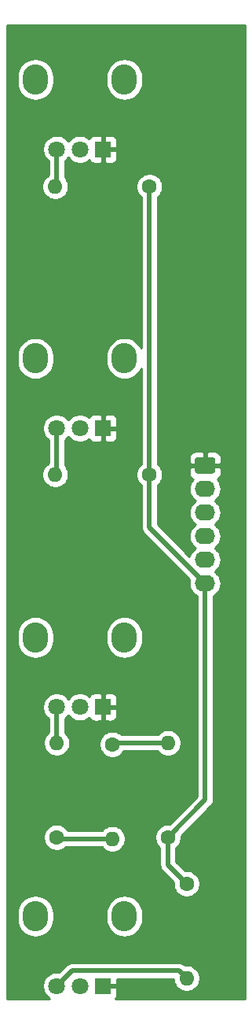
<source format=gbr>
%TF.GenerationSoftware,KiCad,Pcbnew,5.1.12-84ad8e8a86~92~ubuntu21.04.1*%
%TF.CreationDate,2021-11-06T20:56:35+01:00*%
%TF.ProjectId,control,636f6e74-726f-46c2-9e6b-696361645f70,v1.0.0*%
%TF.SameCoordinates,Original*%
%TF.FileFunction,Copper,L2,Bot*%
%TF.FilePolarity,Positive*%
%FSLAX46Y46*%
G04 Gerber Fmt 4.6, Leading zero omitted, Abs format (unit mm)*
G04 Created by KiCad (PCBNEW 5.1.12-84ad8e8a86~92~ubuntu21.04.1) date 2021-11-06 20:56:35*
%MOMM*%
%LPD*%
G01*
G04 APERTURE LIST*
%TA.AperFunction,ComponentPad*%
%ADD10O,2.720000X3.240000*%
%TD*%
%TA.AperFunction,ComponentPad*%
%ADD11C,1.800000*%
%TD*%
%TA.AperFunction,ComponentPad*%
%ADD12R,1.800000X1.800000*%
%TD*%
%TA.AperFunction,ComponentPad*%
%ADD13O,1.600000X1.600000*%
%TD*%
%TA.AperFunction,ComponentPad*%
%ADD14C,1.600000*%
%TD*%
%TA.AperFunction,ComponentPad*%
%ADD15O,2.190000X1.740000*%
%TD*%
%TA.AperFunction,Conductor*%
%ADD16C,0.508000*%
%TD*%
%TA.AperFunction,Conductor*%
%ADD17C,0.254000*%
%TD*%
%TA.AperFunction,Conductor*%
%ADD18C,0.100000*%
%TD*%
G04 APERTURE END LIST*
D10*
%TO.P,RV7,*%
%TO.N,*%
X102300000Y-142500000D03*
X92700000Y-142500000D03*
D11*
%TO.P,RV7,3*%
%TO.N,Net-(R18-Pad2)*%
X95000000Y-150000000D03*
%TO.P,RV7,2*%
%TO.N,S_CONTROL*%
X97500000Y-150000000D03*
D12*
%TO.P,RV7,1*%
%TO.N,GND*%
X100000000Y-150000000D03*
%TD*%
D10*
%TO.P,RV6,*%
%TO.N,*%
X102300000Y-172500000D03*
X92700000Y-172500000D03*
D11*
%TO.P,RV6,3*%
%TO.N,Net-(R17-Pad2)*%
X95000000Y-180000000D03*
%TO.P,RV6,2*%
%TO.N,R_CONTROL*%
X97500000Y-180000000D03*
D12*
%TO.P,RV6,1*%
%TO.N,GND*%
X100000000Y-180000000D03*
%TD*%
D10*
%TO.P,RV5,*%
%TO.N,*%
X102300000Y-112500000D03*
X92700000Y-112500000D03*
D11*
%TO.P,RV5,3*%
%TO.N,Net-(R16-Pad2)*%
X95000000Y-120000000D03*
%TO.P,RV5,2*%
%TO.N,D_CONTROL*%
X97500000Y-120000000D03*
D12*
%TO.P,RV5,1*%
%TO.N,GND*%
X100000000Y-120000000D03*
%TD*%
D10*
%TO.P,RV4,*%
%TO.N,*%
X102300000Y-82500000D03*
X92700000Y-82500000D03*
D11*
%TO.P,RV4,3*%
%TO.N,Net-(R15-Pad2)*%
X95000000Y-90000000D03*
%TO.P,RV4,2*%
%TO.N,A_CONTROL*%
X97500000Y-90000000D03*
D12*
%TO.P,RV4,1*%
%TO.N,GND*%
X100000000Y-90000000D03*
%TD*%
D13*
%TO.P,R18,2*%
%TO.N,Net-(R18-Pad2)*%
X95000000Y-153840000D03*
D14*
%TO.P,R18,1*%
%TO.N,Net-(R18-Pad1)*%
X95000000Y-164000000D03*
%TD*%
D13*
%TO.P,R17,2*%
%TO.N,Net-(R17-Pad2)*%
X109000000Y-179160000D03*
D14*
%TO.P,R17,1*%
%TO.N,+12V*%
X109000000Y-169000000D03*
%TD*%
D13*
%TO.P,R16,2*%
%TO.N,Net-(R16-Pad2)*%
X94840000Y-125000000D03*
D14*
%TO.P,R16,1*%
%TO.N,+12V*%
X105000000Y-125000000D03*
%TD*%
D13*
%TO.P,R15,2*%
%TO.N,Net-(R15-Pad2)*%
X94840000Y-94000000D03*
D14*
%TO.P,R15,1*%
%TO.N,+12V*%
X105000000Y-94000000D03*
%TD*%
D13*
%TO.P,R2,2*%
%TO.N,Net-(R18-Pad1)*%
X101000000Y-164160000D03*
D14*
%TO.P,R2,1*%
%TO.N,Net-(R1-Pad2)*%
X101000000Y-154000000D03*
%TD*%
D13*
%TO.P,R1,2*%
%TO.N,Net-(R1-Pad2)*%
X107000000Y-153840000D03*
D14*
%TO.P,R1,1*%
%TO.N,+12V*%
X107000000Y-164000000D03*
%TD*%
D15*
%TO.P,J1,6*%
%TO.N,+12V*%
X111000000Y-136700000D03*
%TO.P,J1,5*%
%TO.N,R_CONTROL*%
X111000000Y-134160000D03*
%TO.P,J1,4*%
%TO.N,S_CONTROL*%
X111000000Y-131620000D03*
%TO.P,J1,3*%
%TO.N,D_CONTROL*%
X111000000Y-129080000D03*
%TO.P,J1,2*%
%TO.N,A_CONTROL*%
X111000000Y-126540000D03*
%TO.P,J1,1*%
%TO.N,GND*%
%TA.AperFunction,ComponentPad*%
G36*
G01*
X110154999Y-123130000D02*
X111845001Y-123130000D01*
G75*
G02*
X112095000Y-123379999I0J-249999D01*
G01*
X112095000Y-124620001D01*
G75*
G02*
X111845001Y-124870000I-249999J0D01*
G01*
X110154999Y-124870000D01*
G75*
G02*
X109905000Y-124620001I0J249999D01*
G01*
X109905000Y-123379999D01*
G75*
G02*
X110154999Y-123130000I249999J0D01*
G01*
G37*
%TD.AperFunction*%
%TD*%
D16*
%TO.N,+12V*%
X111000000Y-160000000D02*
X107000000Y-164000000D01*
X111000000Y-136700000D02*
X111000000Y-160000000D01*
X107000000Y-167000000D02*
X109000000Y-169000000D01*
X107000000Y-164000000D02*
X107000000Y-167000000D01*
X105000000Y-130700000D02*
X105000000Y-125000000D01*
X111000000Y-136700000D02*
X105000000Y-130700000D01*
X105000000Y-125000000D02*
X105000000Y-94000000D01*
%TO.N,Net-(R1-Pad2)*%
X101160000Y-153840000D02*
X101000000Y-154000000D01*
X107000000Y-153840000D02*
X101160000Y-153840000D01*
%TO.N,Net-(R18-Pad1)*%
X95160000Y-164160000D02*
X95000000Y-164000000D01*
X101000000Y-164160000D02*
X95160000Y-164160000D01*
%TO.N,Net-(R15-Pad2)*%
X95000000Y-93840000D02*
X94840000Y-94000000D01*
X95000000Y-90000000D02*
X95000000Y-93840000D01*
%TO.N,Net-(R16-Pad2)*%
X95000000Y-124840000D02*
X94840000Y-125000000D01*
X95000000Y-120000000D02*
X95000000Y-124840000D01*
%TO.N,Net-(R17-Pad2)*%
X96639999Y-178360001D02*
X95000000Y-180000000D01*
X108200001Y-178360001D02*
X96639999Y-178360001D01*
X109000000Y-179160000D02*
X108200001Y-178360001D01*
%TO.N,Net-(R18-Pad2)*%
X95000000Y-153840000D02*
X95000000Y-150000000D01*
%TD*%
D17*
%TO.N,GND*%
X115340001Y-181340000D02*
X101360364Y-181340000D01*
X101430537Y-181254494D01*
X101489502Y-181144180D01*
X101525812Y-181024482D01*
X101538072Y-180900000D01*
X101535000Y-180285750D01*
X101376250Y-180127000D01*
X100127000Y-180127000D01*
X100127000Y-180147000D01*
X99873000Y-180147000D01*
X99873000Y-180127000D01*
X99853000Y-180127000D01*
X99853000Y-179873000D01*
X99873000Y-179873000D01*
X99873000Y-179853000D01*
X100127000Y-179853000D01*
X100127000Y-179873000D01*
X101376250Y-179873000D01*
X101535000Y-179714250D01*
X101537327Y-179249001D01*
X107565000Y-179249001D01*
X107565000Y-179301335D01*
X107620147Y-179578574D01*
X107728320Y-179839727D01*
X107885363Y-180074759D01*
X108085241Y-180274637D01*
X108320273Y-180431680D01*
X108581426Y-180539853D01*
X108858665Y-180595000D01*
X109141335Y-180595000D01*
X109418574Y-180539853D01*
X109679727Y-180431680D01*
X109914759Y-180274637D01*
X110114637Y-180074759D01*
X110271680Y-179839727D01*
X110379853Y-179578574D01*
X110435000Y-179301335D01*
X110435000Y-179018665D01*
X110379853Y-178741426D01*
X110271680Y-178480273D01*
X110114637Y-178245241D01*
X109914759Y-178045363D01*
X109679727Y-177888320D01*
X109418574Y-177780147D01*
X109141335Y-177725000D01*
X108858665Y-177725000D01*
X108833092Y-177730087D01*
X108831660Y-177728342D01*
X108696292Y-177617248D01*
X108541852Y-177534698D01*
X108374275Y-177483865D01*
X108243668Y-177471001D01*
X108243661Y-177471001D01*
X108200001Y-177466701D01*
X108156341Y-177471001D01*
X96683659Y-177471001D01*
X96639999Y-177466701D01*
X96596339Y-177471001D01*
X96596332Y-177471001D01*
X96482324Y-177482230D01*
X96465724Y-177483865D01*
X96392757Y-177505999D01*
X96298148Y-177534698D01*
X96143708Y-177617248D01*
X96008340Y-177728342D01*
X95980505Y-177762259D01*
X95256763Y-178486001D01*
X95151184Y-178465000D01*
X94848816Y-178465000D01*
X94552257Y-178523989D01*
X94272905Y-178639701D01*
X94021495Y-178807688D01*
X93807688Y-179021495D01*
X93639701Y-179272905D01*
X93523989Y-179552257D01*
X93465000Y-179848816D01*
X93465000Y-180151184D01*
X93523989Y-180447743D01*
X93639701Y-180727095D01*
X93807688Y-180978505D01*
X94021495Y-181192312D01*
X94242525Y-181340000D01*
X89660000Y-181340000D01*
X89660000Y-172142003D01*
X90705000Y-172142003D01*
X90705000Y-172857998D01*
X90733867Y-173151088D01*
X90847943Y-173527147D01*
X91033193Y-173873725D01*
X91282498Y-174177503D01*
X91586276Y-174426807D01*
X91932854Y-174612057D01*
X92308913Y-174726133D01*
X92700000Y-174764652D01*
X93091088Y-174726133D01*
X93467147Y-174612057D01*
X93813725Y-174426807D01*
X94117503Y-174177503D01*
X94366807Y-173873725D01*
X94552057Y-173527147D01*
X94666133Y-173151087D01*
X94695000Y-172857997D01*
X94695000Y-172142003D01*
X100305000Y-172142003D01*
X100305000Y-172857998D01*
X100333867Y-173151088D01*
X100447943Y-173527147D01*
X100633193Y-173873725D01*
X100882498Y-174177503D01*
X101186276Y-174426807D01*
X101532854Y-174612057D01*
X101908913Y-174726133D01*
X102300000Y-174764652D01*
X102691088Y-174726133D01*
X103067147Y-174612057D01*
X103413725Y-174426807D01*
X103717503Y-174177503D01*
X103966807Y-173873725D01*
X104152057Y-173527147D01*
X104266133Y-173151087D01*
X104295000Y-172857997D01*
X104295000Y-172142002D01*
X104266133Y-171848912D01*
X104152057Y-171472853D01*
X103966807Y-171126275D01*
X103717503Y-170822497D01*
X103413725Y-170573193D01*
X103067146Y-170387943D01*
X102691087Y-170273867D01*
X102300000Y-170235348D01*
X101908912Y-170273867D01*
X101532853Y-170387943D01*
X101186275Y-170573193D01*
X100882497Y-170822497D01*
X100633193Y-171126275D01*
X100447943Y-171472854D01*
X100333867Y-171848913D01*
X100305000Y-172142003D01*
X94695000Y-172142003D01*
X94695000Y-172142002D01*
X94666133Y-171848912D01*
X94552057Y-171472853D01*
X94366807Y-171126275D01*
X94117503Y-170822497D01*
X93813725Y-170573193D01*
X93467146Y-170387943D01*
X93091087Y-170273867D01*
X92700000Y-170235348D01*
X92308912Y-170273867D01*
X91932853Y-170387943D01*
X91586275Y-170573193D01*
X91282497Y-170822497D01*
X91033193Y-171126275D01*
X90847943Y-171472854D01*
X90733867Y-171848913D01*
X90705000Y-172142003D01*
X89660000Y-172142003D01*
X89660000Y-163858665D01*
X93565000Y-163858665D01*
X93565000Y-164141335D01*
X93620147Y-164418574D01*
X93728320Y-164679727D01*
X93885363Y-164914759D01*
X94085241Y-165114637D01*
X94320273Y-165271680D01*
X94581426Y-165379853D01*
X94858665Y-165435000D01*
X95141335Y-165435000D01*
X95418574Y-165379853D01*
X95679727Y-165271680D01*
X95914759Y-165114637D01*
X95980396Y-165049000D01*
X99868151Y-165049000D01*
X99885363Y-165074759D01*
X100085241Y-165274637D01*
X100320273Y-165431680D01*
X100581426Y-165539853D01*
X100858665Y-165595000D01*
X101141335Y-165595000D01*
X101418574Y-165539853D01*
X101679727Y-165431680D01*
X101914759Y-165274637D01*
X102114637Y-165074759D01*
X102271680Y-164839727D01*
X102379853Y-164578574D01*
X102435000Y-164301335D01*
X102435000Y-164018665D01*
X102379853Y-163741426D01*
X102271680Y-163480273D01*
X102114637Y-163245241D01*
X101914759Y-163045363D01*
X101679727Y-162888320D01*
X101418574Y-162780147D01*
X101141335Y-162725000D01*
X100858665Y-162725000D01*
X100581426Y-162780147D01*
X100320273Y-162888320D01*
X100085241Y-163045363D01*
X99885363Y-163245241D01*
X99868151Y-163271000D01*
X96238757Y-163271000D01*
X96114637Y-163085241D01*
X95914759Y-162885363D01*
X95679727Y-162728320D01*
X95418574Y-162620147D01*
X95141335Y-162565000D01*
X94858665Y-162565000D01*
X94581426Y-162620147D01*
X94320273Y-162728320D01*
X94085241Y-162885363D01*
X93885363Y-163085241D01*
X93728320Y-163320273D01*
X93620147Y-163581426D01*
X93565000Y-163858665D01*
X89660000Y-163858665D01*
X89660000Y-149848816D01*
X93465000Y-149848816D01*
X93465000Y-150151184D01*
X93523989Y-150447743D01*
X93639701Y-150727095D01*
X93807688Y-150978505D01*
X94021495Y-151192312D01*
X94111001Y-151252118D01*
X94111000Y-152708151D01*
X94085241Y-152725363D01*
X93885363Y-152925241D01*
X93728320Y-153160273D01*
X93620147Y-153421426D01*
X93565000Y-153698665D01*
X93565000Y-153981335D01*
X93620147Y-154258574D01*
X93728320Y-154519727D01*
X93885363Y-154754759D01*
X94085241Y-154954637D01*
X94320273Y-155111680D01*
X94581426Y-155219853D01*
X94858665Y-155275000D01*
X95141335Y-155275000D01*
X95418574Y-155219853D01*
X95679727Y-155111680D01*
X95914759Y-154954637D01*
X96114637Y-154754759D01*
X96271680Y-154519727D01*
X96379853Y-154258574D01*
X96435000Y-153981335D01*
X96435000Y-153858665D01*
X99565000Y-153858665D01*
X99565000Y-154141335D01*
X99620147Y-154418574D01*
X99728320Y-154679727D01*
X99885363Y-154914759D01*
X100085241Y-155114637D01*
X100320273Y-155271680D01*
X100581426Y-155379853D01*
X100858665Y-155435000D01*
X101141335Y-155435000D01*
X101418574Y-155379853D01*
X101679727Y-155271680D01*
X101914759Y-155114637D01*
X102114637Y-154914759D01*
X102238757Y-154729000D01*
X105868151Y-154729000D01*
X105885363Y-154754759D01*
X106085241Y-154954637D01*
X106320273Y-155111680D01*
X106581426Y-155219853D01*
X106858665Y-155275000D01*
X107141335Y-155275000D01*
X107418574Y-155219853D01*
X107679727Y-155111680D01*
X107914759Y-154954637D01*
X108114637Y-154754759D01*
X108271680Y-154519727D01*
X108379853Y-154258574D01*
X108435000Y-153981335D01*
X108435000Y-153698665D01*
X108379853Y-153421426D01*
X108271680Y-153160273D01*
X108114637Y-152925241D01*
X107914759Y-152725363D01*
X107679727Y-152568320D01*
X107418574Y-152460147D01*
X107141335Y-152405000D01*
X106858665Y-152405000D01*
X106581426Y-152460147D01*
X106320273Y-152568320D01*
X106085241Y-152725363D01*
X105885363Y-152925241D01*
X105868151Y-152951000D01*
X101980396Y-152951000D01*
X101914759Y-152885363D01*
X101679727Y-152728320D01*
X101418574Y-152620147D01*
X101141335Y-152565000D01*
X100858665Y-152565000D01*
X100581426Y-152620147D01*
X100320273Y-152728320D01*
X100085241Y-152885363D01*
X99885363Y-153085241D01*
X99728320Y-153320273D01*
X99620147Y-153581426D01*
X99565000Y-153858665D01*
X96435000Y-153858665D01*
X96435000Y-153698665D01*
X96379853Y-153421426D01*
X96271680Y-153160273D01*
X96114637Y-152925241D01*
X95914759Y-152725363D01*
X95889000Y-152708151D01*
X95889000Y-151252117D01*
X95978505Y-151192312D01*
X96192312Y-150978505D01*
X96250000Y-150892169D01*
X96307688Y-150978505D01*
X96521495Y-151192312D01*
X96772905Y-151360299D01*
X97052257Y-151476011D01*
X97348816Y-151535000D01*
X97651184Y-151535000D01*
X97947743Y-151476011D01*
X98227095Y-151360299D01*
X98478505Y-151192312D01*
X98516120Y-151154697D01*
X98569463Y-151254494D01*
X98648815Y-151351185D01*
X98745506Y-151430537D01*
X98855820Y-151489502D01*
X98975518Y-151525812D01*
X99100000Y-151538072D01*
X99714250Y-151535000D01*
X99873000Y-151376250D01*
X99873000Y-150127000D01*
X100127000Y-150127000D01*
X100127000Y-151376250D01*
X100285750Y-151535000D01*
X100900000Y-151538072D01*
X101024482Y-151525812D01*
X101144180Y-151489502D01*
X101254494Y-151430537D01*
X101351185Y-151351185D01*
X101430537Y-151254494D01*
X101489502Y-151144180D01*
X101525812Y-151024482D01*
X101538072Y-150900000D01*
X101535000Y-150285750D01*
X101376250Y-150127000D01*
X100127000Y-150127000D01*
X99873000Y-150127000D01*
X99853000Y-150127000D01*
X99853000Y-149873000D01*
X99873000Y-149873000D01*
X99873000Y-148623750D01*
X100127000Y-148623750D01*
X100127000Y-149873000D01*
X101376250Y-149873000D01*
X101535000Y-149714250D01*
X101538072Y-149100000D01*
X101525812Y-148975518D01*
X101489502Y-148855820D01*
X101430537Y-148745506D01*
X101351185Y-148648815D01*
X101254494Y-148569463D01*
X101144180Y-148510498D01*
X101024482Y-148474188D01*
X100900000Y-148461928D01*
X100285750Y-148465000D01*
X100127000Y-148623750D01*
X99873000Y-148623750D01*
X99714250Y-148465000D01*
X99100000Y-148461928D01*
X98975518Y-148474188D01*
X98855820Y-148510498D01*
X98745506Y-148569463D01*
X98648815Y-148648815D01*
X98569463Y-148745506D01*
X98516120Y-148845303D01*
X98478505Y-148807688D01*
X98227095Y-148639701D01*
X97947743Y-148523989D01*
X97651184Y-148465000D01*
X97348816Y-148465000D01*
X97052257Y-148523989D01*
X96772905Y-148639701D01*
X96521495Y-148807688D01*
X96307688Y-149021495D01*
X96250000Y-149107831D01*
X96192312Y-149021495D01*
X95978505Y-148807688D01*
X95727095Y-148639701D01*
X95447743Y-148523989D01*
X95151184Y-148465000D01*
X94848816Y-148465000D01*
X94552257Y-148523989D01*
X94272905Y-148639701D01*
X94021495Y-148807688D01*
X93807688Y-149021495D01*
X93639701Y-149272905D01*
X93523989Y-149552257D01*
X93465000Y-149848816D01*
X89660000Y-149848816D01*
X89660000Y-142142003D01*
X90705000Y-142142003D01*
X90705000Y-142857998D01*
X90733867Y-143151088D01*
X90847943Y-143527147D01*
X91033193Y-143873725D01*
X91282498Y-144177503D01*
X91586276Y-144426807D01*
X91932854Y-144612057D01*
X92308913Y-144726133D01*
X92700000Y-144764652D01*
X93091088Y-144726133D01*
X93467147Y-144612057D01*
X93813725Y-144426807D01*
X94117503Y-144177503D01*
X94366807Y-143873725D01*
X94552057Y-143527147D01*
X94666133Y-143151087D01*
X94695000Y-142857997D01*
X94695000Y-142142003D01*
X100305000Y-142142003D01*
X100305000Y-142857998D01*
X100333867Y-143151088D01*
X100447943Y-143527147D01*
X100633193Y-143873725D01*
X100882498Y-144177503D01*
X101186276Y-144426807D01*
X101532854Y-144612057D01*
X101908913Y-144726133D01*
X102300000Y-144764652D01*
X102691088Y-144726133D01*
X103067147Y-144612057D01*
X103413725Y-144426807D01*
X103717503Y-144177503D01*
X103966807Y-143873725D01*
X104152057Y-143527147D01*
X104266133Y-143151087D01*
X104295000Y-142857997D01*
X104295000Y-142142002D01*
X104266133Y-141848912D01*
X104152057Y-141472853D01*
X103966807Y-141126275D01*
X103717503Y-140822497D01*
X103413725Y-140573193D01*
X103067146Y-140387943D01*
X102691087Y-140273867D01*
X102300000Y-140235348D01*
X101908912Y-140273867D01*
X101532853Y-140387943D01*
X101186275Y-140573193D01*
X100882497Y-140822497D01*
X100633193Y-141126275D01*
X100447943Y-141472854D01*
X100333867Y-141848913D01*
X100305000Y-142142003D01*
X94695000Y-142142003D01*
X94695000Y-142142002D01*
X94666133Y-141848912D01*
X94552057Y-141472853D01*
X94366807Y-141126275D01*
X94117503Y-140822497D01*
X93813725Y-140573193D01*
X93467146Y-140387943D01*
X93091087Y-140273867D01*
X92700000Y-140235348D01*
X92308912Y-140273867D01*
X91932853Y-140387943D01*
X91586275Y-140573193D01*
X91282497Y-140822497D01*
X91033193Y-141126275D01*
X90847943Y-141472854D01*
X90733867Y-141848913D01*
X90705000Y-142142003D01*
X89660000Y-142142003D01*
X89660000Y-124858665D01*
X93405000Y-124858665D01*
X93405000Y-125141335D01*
X93460147Y-125418574D01*
X93568320Y-125679727D01*
X93725363Y-125914759D01*
X93925241Y-126114637D01*
X94160273Y-126271680D01*
X94421426Y-126379853D01*
X94698665Y-126435000D01*
X94981335Y-126435000D01*
X95258574Y-126379853D01*
X95519727Y-126271680D01*
X95754759Y-126114637D01*
X95954637Y-125914759D01*
X96111680Y-125679727D01*
X96219853Y-125418574D01*
X96275000Y-125141335D01*
X96275000Y-124858665D01*
X96219853Y-124581426D01*
X96111680Y-124320273D01*
X95954637Y-124085241D01*
X95889000Y-124019604D01*
X95889000Y-121252117D01*
X95978505Y-121192312D01*
X96192312Y-120978505D01*
X96250000Y-120892169D01*
X96307688Y-120978505D01*
X96521495Y-121192312D01*
X96772905Y-121360299D01*
X97052257Y-121476011D01*
X97348816Y-121535000D01*
X97651184Y-121535000D01*
X97947743Y-121476011D01*
X98227095Y-121360299D01*
X98478505Y-121192312D01*
X98516120Y-121154697D01*
X98569463Y-121254494D01*
X98648815Y-121351185D01*
X98745506Y-121430537D01*
X98855820Y-121489502D01*
X98975518Y-121525812D01*
X99100000Y-121538072D01*
X99714250Y-121535000D01*
X99873000Y-121376250D01*
X99873000Y-120127000D01*
X100127000Y-120127000D01*
X100127000Y-121376250D01*
X100285750Y-121535000D01*
X100900000Y-121538072D01*
X101024482Y-121525812D01*
X101144180Y-121489502D01*
X101254494Y-121430537D01*
X101351185Y-121351185D01*
X101430537Y-121254494D01*
X101489502Y-121144180D01*
X101525812Y-121024482D01*
X101538072Y-120900000D01*
X101535000Y-120285750D01*
X101376250Y-120127000D01*
X100127000Y-120127000D01*
X99873000Y-120127000D01*
X99853000Y-120127000D01*
X99853000Y-119873000D01*
X99873000Y-119873000D01*
X99873000Y-118623750D01*
X100127000Y-118623750D01*
X100127000Y-119873000D01*
X101376250Y-119873000D01*
X101535000Y-119714250D01*
X101538072Y-119100000D01*
X101525812Y-118975518D01*
X101489502Y-118855820D01*
X101430537Y-118745506D01*
X101351185Y-118648815D01*
X101254494Y-118569463D01*
X101144180Y-118510498D01*
X101024482Y-118474188D01*
X100900000Y-118461928D01*
X100285750Y-118465000D01*
X100127000Y-118623750D01*
X99873000Y-118623750D01*
X99714250Y-118465000D01*
X99100000Y-118461928D01*
X98975518Y-118474188D01*
X98855820Y-118510498D01*
X98745506Y-118569463D01*
X98648815Y-118648815D01*
X98569463Y-118745506D01*
X98516120Y-118845303D01*
X98478505Y-118807688D01*
X98227095Y-118639701D01*
X97947743Y-118523989D01*
X97651184Y-118465000D01*
X97348816Y-118465000D01*
X97052257Y-118523989D01*
X96772905Y-118639701D01*
X96521495Y-118807688D01*
X96307688Y-119021495D01*
X96250000Y-119107831D01*
X96192312Y-119021495D01*
X95978505Y-118807688D01*
X95727095Y-118639701D01*
X95447743Y-118523989D01*
X95151184Y-118465000D01*
X94848816Y-118465000D01*
X94552257Y-118523989D01*
X94272905Y-118639701D01*
X94021495Y-118807688D01*
X93807688Y-119021495D01*
X93639701Y-119272905D01*
X93523989Y-119552257D01*
X93465000Y-119848816D01*
X93465000Y-120151184D01*
X93523989Y-120447743D01*
X93639701Y-120727095D01*
X93807688Y-120978505D01*
X94021495Y-121192312D01*
X94111000Y-121252118D01*
X94111001Y-123761243D01*
X93925241Y-123885363D01*
X93725363Y-124085241D01*
X93568320Y-124320273D01*
X93460147Y-124581426D01*
X93405000Y-124858665D01*
X89660000Y-124858665D01*
X89660000Y-112142003D01*
X90705000Y-112142003D01*
X90705000Y-112857998D01*
X90733867Y-113151088D01*
X90847943Y-113527147D01*
X91033193Y-113873725D01*
X91282498Y-114177503D01*
X91586276Y-114426807D01*
X91932854Y-114612057D01*
X92308913Y-114726133D01*
X92700000Y-114764652D01*
X93091088Y-114726133D01*
X93467147Y-114612057D01*
X93813725Y-114426807D01*
X94117503Y-114177503D01*
X94366807Y-113873725D01*
X94552057Y-113527147D01*
X94666133Y-113151087D01*
X94695000Y-112857997D01*
X94695000Y-112142003D01*
X100305000Y-112142003D01*
X100305000Y-112857998D01*
X100333867Y-113151088D01*
X100447943Y-113527147D01*
X100633193Y-113873725D01*
X100882498Y-114177503D01*
X101186276Y-114426807D01*
X101532854Y-114612057D01*
X101908913Y-114726133D01*
X102300000Y-114764652D01*
X102691088Y-114726133D01*
X103067147Y-114612057D01*
X103413725Y-114426807D01*
X103717503Y-114177503D01*
X103966807Y-113873725D01*
X104111000Y-113603958D01*
X104111000Y-123868151D01*
X104085241Y-123885363D01*
X103885363Y-124085241D01*
X103728320Y-124320273D01*
X103620147Y-124581426D01*
X103565000Y-124858665D01*
X103565000Y-125141335D01*
X103620147Y-125418574D01*
X103728320Y-125679727D01*
X103885363Y-125914759D01*
X104085241Y-126114637D01*
X104111001Y-126131849D01*
X104111000Y-130656340D01*
X104106700Y-130700000D01*
X104111000Y-130743660D01*
X104111000Y-130743666D01*
X104123864Y-130874273D01*
X104174697Y-131041850D01*
X104257247Y-131196290D01*
X104368341Y-131331659D01*
X104402264Y-131359499D01*
X109328074Y-136285309D01*
X109291776Y-136404968D01*
X109262718Y-136700000D01*
X109291776Y-136995032D01*
X109377834Y-137278725D01*
X109517583Y-137540179D01*
X109705655Y-137769345D01*
X109934821Y-137957417D01*
X110111000Y-138051586D01*
X110111001Y-159631764D01*
X107171721Y-162571044D01*
X107141335Y-162565000D01*
X106858665Y-162565000D01*
X106581426Y-162620147D01*
X106320273Y-162728320D01*
X106085241Y-162885363D01*
X105885363Y-163085241D01*
X105728320Y-163320273D01*
X105620147Y-163581426D01*
X105565000Y-163858665D01*
X105565000Y-164141335D01*
X105620147Y-164418574D01*
X105728320Y-164679727D01*
X105885363Y-164914759D01*
X106085241Y-165114637D01*
X106111000Y-165131849D01*
X106111001Y-166956330D01*
X106106700Y-167000000D01*
X106123864Y-167174274D01*
X106174698Y-167341852D01*
X106257248Y-167496291D01*
X106368342Y-167631659D01*
X106402259Y-167659494D01*
X107571044Y-168828280D01*
X107565000Y-168858665D01*
X107565000Y-169141335D01*
X107620147Y-169418574D01*
X107728320Y-169679727D01*
X107885363Y-169914759D01*
X108085241Y-170114637D01*
X108320273Y-170271680D01*
X108581426Y-170379853D01*
X108858665Y-170435000D01*
X109141335Y-170435000D01*
X109418574Y-170379853D01*
X109679727Y-170271680D01*
X109914759Y-170114637D01*
X110114637Y-169914759D01*
X110271680Y-169679727D01*
X110379853Y-169418574D01*
X110435000Y-169141335D01*
X110435000Y-168858665D01*
X110379853Y-168581426D01*
X110271680Y-168320273D01*
X110114637Y-168085241D01*
X109914759Y-167885363D01*
X109679727Y-167728320D01*
X109418574Y-167620147D01*
X109141335Y-167565000D01*
X108858665Y-167565000D01*
X108828280Y-167571044D01*
X107889000Y-166631765D01*
X107889000Y-165131849D01*
X107914759Y-165114637D01*
X108114637Y-164914759D01*
X108271680Y-164679727D01*
X108379853Y-164418574D01*
X108435000Y-164141335D01*
X108435000Y-163858665D01*
X108428956Y-163828279D01*
X111597736Y-160659499D01*
X111631659Y-160631659D01*
X111742753Y-160496291D01*
X111825303Y-160341851D01*
X111845296Y-160275942D01*
X111876136Y-160174276D01*
X111879406Y-160141076D01*
X111889000Y-160043667D01*
X111889000Y-160043661D01*
X111893300Y-160000001D01*
X111889000Y-159956341D01*
X111889000Y-138051586D01*
X112065179Y-137957417D01*
X112294345Y-137769345D01*
X112482417Y-137540179D01*
X112622166Y-137278725D01*
X112708224Y-136995032D01*
X112737282Y-136700000D01*
X112708224Y-136404968D01*
X112622166Y-136121275D01*
X112482417Y-135859821D01*
X112294345Y-135630655D01*
X112065179Y-135442583D01*
X112041638Y-135430000D01*
X112065179Y-135417417D01*
X112294345Y-135229345D01*
X112482417Y-135000179D01*
X112622166Y-134738725D01*
X112708224Y-134455032D01*
X112737282Y-134160000D01*
X112708224Y-133864968D01*
X112622166Y-133581275D01*
X112482417Y-133319821D01*
X112294345Y-133090655D01*
X112065179Y-132902583D01*
X112041638Y-132890000D01*
X112065179Y-132877417D01*
X112294345Y-132689345D01*
X112482417Y-132460179D01*
X112622166Y-132198725D01*
X112708224Y-131915032D01*
X112737282Y-131620000D01*
X112708224Y-131324968D01*
X112622166Y-131041275D01*
X112482417Y-130779821D01*
X112294345Y-130550655D01*
X112065179Y-130362583D01*
X112041638Y-130350000D01*
X112065179Y-130337417D01*
X112294345Y-130149345D01*
X112482417Y-129920179D01*
X112622166Y-129658725D01*
X112708224Y-129375032D01*
X112737282Y-129080000D01*
X112708224Y-128784968D01*
X112622166Y-128501275D01*
X112482417Y-128239821D01*
X112294345Y-128010655D01*
X112065179Y-127822583D01*
X112041638Y-127810000D01*
X112065179Y-127797417D01*
X112294345Y-127609345D01*
X112482417Y-127380179D01*
X112622166Y-127118725D01*
X112708224Y-126835032D01*
X112737282Y-126540000D01*
X112708224Y-126244968D01*
X112622166Y-125961275D01*
X112482417Y-125699821D01*
X112295953Y-125472615D01*
X112339180Y-125459502D01*
X112449494Y-125400537D01*
X112546185Y-125321185D01*
X112625537Y-125224494D01*
X112684502Y-125114180D01*
X112720812Y-124994482D01*
X112733072Y-124870000D01*
X112730000Y-124285750D01*
X112571250Y-124127000D01*
X111127000Y-124127000D01*
X111127000Y-124147000D01*
X110873000Y-124147000D01*
X110873000Y-124127000D01*
X109428750Y-124127000D01*
X109270000Y-124285750D01*
X109266928Y-124870000D01*
X109279188Y-124994482D01*
X109315498Y-125114180D01*
X109374463Y-125224494D01*
X109453815Y-125321185D01*
X109550506Y-125400537D01*
X109660820Y-125459502D01*
X109704047Y-125472615D01*
X109517583Y-125699821D01*
X109377834Y-125961275D01*
X109291776Y-126244968D01*
X109262718Y-126540000D01*
X109291776Y-126835032D01*
X109377834Y-127118725D01*
X109517583Y-127380179D01*
X109705655Y-127609345D01*
X109934821Y-127797417D01*
X109958362Y-127810000D01*
X109934821Y-127822583D01*
X109705655Y-128010655D01*
X109517583Y-128239821D01*
X109377834Y-128501275D01*
X109291776Y-128784968D01*
X109262718Y-129080000D01*
X109291776Y-129375032D01*
X109377834Y-129658725D01*
X109517583Y-129920179D01*
X109705655Y-130149345D01*
X109934821Y-130337417D01*
X109958362Y-130350000D01*
X109934821Y-130362583D01*
X109705655Y-130550655D01*
X109517583Y-130779821D01*
X109377834Y-131041275D01*
X109291776Y-131324968D01*
X109262718Y-131620000D01*
X109291776Y-131915032D01*
X109377834Y-132198725D01*
X109517583Y-132460179D01*
X109705655Y-132689345D01*
X109934821Y-132877417D01*
X109958362Y-132890000D01*
X109934821Y-132902583D01*
X109705655Y-133090655D01*
X109517583Y-133319821D01*
X109377834Y-133581275D01*
X109322132Y-133764897D01*
X105889000Y-130331765D01*
X105889000Y-126131849D01*
X105914759Y-126114637D01*
X106114637Y-125914759D01*
X106271680Y-125679727D01*
X106379853Y-125418574D01*
X106435000Y-125141335D01*
X106435000Y-124858665D01*
X106379853Y-124581426D01*
X106271680Y-124320273D01*
X106114637Y-124085241D01*
X105914759Y-123885363D01*
X105889000Y-123868151D01*
X105889000Y-123130000D01*
X109266928Y-123130000D01*
X109270000Y-123714250D01*
X109428750Y-123873000D01*
X110873000Y-123873000D01*
X110873000Y-122653750D01*
X111127000Y-122653750D01*
X111127000Y-123873000D01*
X112571250Y-123873000D01*
X112730000Y-123714250D01*
X112733072Y-123130000D01*
X112720812Y-123005518D01*
X112684502Y-122885820D01*
X112625537Y-122775506D01*
X112546185Y-122678815D01*
X112449494Y-122599463D01*
X112339180Y-122540498D01*
X112219482Y-122504188D01*
X112095000Y-122491928D01*
X111285750Y-122495000D01*
X111127000Y-122653750D01*
X110873000Y-122653750D01*
X110714250Y-122495000D01*
X109905000Y-122491928D01*
X109780518Y-122504188D01*
X109660820Y-122540498D01*
X109550506Y-122599463D01*
X109453815Y-122678815D01*
X109374463Y-122775506D01*
X109315498Y-122885820D01*
X109279188Y-123005518D01*
X109266928Y-123130000D01*
X105889000Y-123130000D01*
X105889000Y-95131849D01*
X105914759Y-95114637D01*
X106114637Y-94914759D01*
X106271680Y-94679727D01*
X106379853Y-94418574D01*
X106435000Y-94141335D01*
X106435000Y-93858665D01*
X106379853Y-93581426D01*
X106271680Y-93320273D01*
X106114637Y-93085241D01*
X105914759Y-92885363D01*
X105679727Y-92728320D01*
X105418574Y-92620147D01*
X105141335Y-92565000D01*
X104858665Y-92565000D01*
X104581426Y-92620147D01*
X104320273Y-92728320D01*
X104085241Y-92885363D01*
X103885363Y-93085241D01*
X103728320Y-93320273D01*
X103620147Y-93581426D01*
X103565000Y-93858665D01*
X103565000Y-94141335D01*
X103620147Y-94418574D01*
X103728320Y-94679727D01*
X103885363Y-94914759D01*
X104085241Y-95114637D01*
X104111001Y-95131849D01*
X104111000Y-111396042D01*
X103966807Y-111126275D01*
X103717503Y-110822497D01*
X103413725Y-110573193D01*
X103067146Y-110387943D01*
X102691087Y-110273867D01*
X102300000Y-110235348D01*
X101908912Y-110273867D01*
X101532853Y-110387943D01*
X101186275Y-110573193D01*
X100882497Y-110822497D01*
X100633193Y-111126275D01*
X100447943Y-111472854D01*
X100333867Y-111848913D01*
X100305000Y-112142003D01*
X94695000Y-112142003D01*
X94695000Y-112142002D01*
X94666133Y-111848912D01*
X94552057Y-111472853D01*
X94366807Y-111126275D01*
X94117503Y-110822497D01*
X93813725Y-110573193D01*
X93467146Y-110387943D01*
X93091087Y-110273867D01*
X92700000Y-110235348D01*
X92308912Y-110273867D01*
X91932853Y-110387943D01*
X91586275Y-110573193D01*
X91282497Y-110822497D01*
X91033193Y-111126275D01*
X90847943Y-111472854D01*
X90733867Y-111848913D01*
X90705000Y-112142003D01*
X89660000Y-112142003D01*
X89660000Y-93858665D01*
X93405000Y-93858665D01*
X93405000Y-94141335D01*
X93460147Y-94418574D01*
X93568320Y-94679727D01*
X93725363Y-94914759D01*
X93925241Y-95114637D01*
X94160273Y-95271680D01*
X94421426Y-95379853D01*
X94698665Y-95435000D01*
X94981335Y-95435000D01*
X95258574Y-95379853D01*
X95519727Y-95271680D01*
X95754759Y-95114637D01*
X95954637Y-94914759D01*
X96111680Y-94679727D01*
X96219853Y-94418574D01*
X96275000Y-94141335D01*
X96275000Y-93858665D01*
X96219853Y-93581426D01*
X96111680Y-93320273D01*
X95954637Y-93085241D01*
X95889000Y-93019604D01*
X95889000Y-91252117D01*
X95978505Y-91192312D01*
X96192312Y-90978505D01*
X96250000Y-90892169D01*
X96307688Y-90978505D01*
X96521495Y-91192312D01*
X96772905Y-91360299D01*
X97052257Y-91476011D01*
X97348816Y-91535000D01*
X97651184Y-91535000D01*
X97947743Y-91476011D01*
X98227095Y-91360299D01*
X98478505Y-91192312D01*
X98516120Y-91154697D01*
X98569463Y-91254494D01*
X98648815Y-91351185D01*
X98745506Y-91430537D01*
X98855820Y-91489502D01*
X98975518Y-91525812D01*
X99100000Y-91538072D01*
X99714250Y-91535000D01*
X99873000Y-91376250D01*
X99873000Y-90127000D01*
X100127000Y-90127000D01*
X100127000Y-91376250D01*
X100285750Y-91535000D01*
X100900000Y-91538072D01*
X101024482Y-91525812D01*
X101144180Y-91489502D01*
X101254494Y-91430537D01*
X101351185Y-91351185D01*
X101430537Y-91254494D01*
X101489502Y-91144180D01*
X101525812Y-91024482D01*
X101538072Y-90900000D01*
X101535000Y-90285750D01*
X101376250Y-90127000D01*
X100127000Y-90127000D01*
X99873000Y-90127000D01*
X99853000Y-90127000D01*
X99853000Y-89873000D01*
X99873000Y-89873000D01*
X99873000Y-88623750D01*
X100127000Y-88623750D01*
X100127000Y-89873000D01*
X101376250Y-89873000D01*
X101535000Y-89714250D01*
X101538072Y-89100000D01*
X101525812Y-88975518D01*
X101489502Y-88855820D01*
X101430537Y-88745506D01*
X101351185Y-88648815D01*
X101254494Y-88569463D01*
X101144180Y-88510498D01*
X101024482Y-88474188D01*
X100900000Y-88461928D01*
X100285750Y-88465000D01*
X100127000Y-88623750D01*
X99873000Y-88623750D01*
X99714250Y-88465000D01*
X99100000Y-88461928D01*
X98975518Y-88474188D01*
X98855820Y-88510498D01*
X98745506Y-88569463D01*
X98648815Y-88648815D01*
X98569463Y-88745506D01*
X98516120Y-88845303D01*
X98478505Y-88807688D01*
X98227095Y-88639701D01*
X97947743Y-88523989D01*
X97651184Y-88465000D01*
X97348816Y-88465000D01*
X97052257Y-88523989D01*
X96772905Y-88639701D01*
X96521495Y-88807688D01*
X96307688Y-89021495D01*
X96250000Y-89107831D01*
X96192312Y-89021495D01*
X95978505Y-88807688D01*
X95727095Y-88639701D01*
X95447743Y-88523989D01*
X95151184Y-88465000D01*
X94848816Y-88465000D01*
X94552257Y-88523989D01*
X94272905Y-88639701D01*
X94021495Y-88807688D01*
X93807688Y-89021495D01*
X93639701Y-89272905D01*
X93523989Y-89552257D01*
X93465000Y-89848816D01*
X93465000Y-90151184D01*
X93523989Y-90447743D01*
X93639701Y-90727095D01*
X93807688Y-90978505D01*
X94021495Y-91192312D01*
X94111000Y-91252118D01*
X94111001Y-92761243D01*
X93925241Y-92885363D01*
X93725363Y-93085241D01*
X93568320Y-93320273D01*
X93460147Y-93581426D01*
X93405000Y-93858665D01*
X89660000Y-93858665D01*
X89660000Y-82142003D01*
X90705000Y-82142003D01*
X90705000Y-82857998D01*
X90733867Y-83151088D01*
X90847943Y-83527147D01*
X91033193Y-83873725D01*
X91282498Y-84177503D01*
X91586276Y-84426807D01*
X91932854Y-84612057D01*
X92308913Y-84726133D01*
X92700000Y-84764652D01*
X93091088Y-84726133D01*
X93467147Y-84612057D01*
X93813725Y-84426807D01*
X94117503Y-84177503D01*
X94366807Y-83873725D01*
X94552057Y-83527147D01*
X94666133Y-83151087D01*
X94695000Y-82857997D01*
X94695000Y-82142003D01*
X100305000Y-82142003D01*
X100305000Y-82857998D01*
X100333867Y-83151088D01*
X100447943Y-83527147D01*
X100633193Y-83873725D01*
X100882498Y-84177503D01*
X101186276Y-84426807D01*
X101532854Y-84612057D01*
X101908913Y-84726133D01*
X102300000Y-84764652D01*
X102691088Y-84726133D01*
X103067147Y-84612057D01*
X103413725Y-84426807D01*
X103717503Y-84177503D01*
X103966807Y-83873725D01*
X104152057Y-83527147D01*
X104266133Y-83151087D01*
X104295000Y-82857997D01*
X104295000Y-82142002D01*
X104266133Y-81848912D01*
X104152057Y-81472853D01*
X103966807Y-81126275D01*
X103717503Y-80822497D01*
X103413725Y-80573193D01*
X103067146Y-80387943D01*
X102691087Y-80273867D01*
X102300000Y-80235348D01*
X101908912Y-80273867D01*
X101532853Y-80387943D01*
X101186275Y-80573193D01*
X100882497Y-80822497D01*
X100633193Y-81126275D01*
X100447943Y-81472854D01*
X100333867Y-81848913D01*
X100305000Y-82142003D01*
X94695000Y-82142003D01*
X94695000Y-82142002D01*
X94666133Y-81848912D01*
X94552057Y-81472853D01*
X94366807Y-81126275D01*
X94117503Y-80822497D01*
X93813725Y-80573193D01*
X93467146Y-80387943D01*
X93091087Y-80273867D01*
X92700000Y-80235348D01*
X92308912Y-80273867D01*
X91932853Y-80387943D01*
X91586275Y-80573193D01*
X91282497Y-80822497D01*
X91033193Y-81126275D01*
X90847943Y-81472854D01*
X90733867Y-81848913D01*
X90705000Y-82142003D01*
X89660000Y-82142003D01*
X89660000Y-76660000D01*
X115340000Y-76660000D01*
X115340001Y-181340000D01*
%TA.AperFunction,Conductor*%
D18*
G36*
X115340001Y-181340000D02*
G01*
X101360364Y-181340000D01*
X101430537Y-181254494D01*
X101489502Y-181144180D01*
X101525812Y-181024482D01*
X101538072Y-180900000D01*
X101535000Y-180285750D01*
X101376250Y-180127000D01*
X100127000Y-180127000D01*
X100127000Y-180147000D01*
X99873000Y-180147000D01*
X99873000Y-180127000D01*
X99853000Y-180127000D01*
X99853000Y-179873000D01*
X99873000Y-179873000D01*
X99873000Y-179853000D01*
X100127000Y-179853000D01*
X100127000Y-179873000D01*
X101376250Y-179873000D01*
X101535000Y-179714250D01*
X101537327Y-179249001D01*
X107565000Y-179249001D01*
X107565000Y-179301335D01*
X107620147Y-179578574D01*
X107728320Y-179839727D01*
X107885363Y-180074759D01*
X108085241Y-180274637D01*
X108320273Y-180431680D01*
X108581426Y-180539853D01*
X108858665Y-180595000D01*
X109141335Y-180595000D01*
X109418574Y-180539853D01*
X109679727Y-180431680D01*
X109914759Y-180274637D01*
X110114637Y-180074759D01*
X110271680Y-179839727D01*
X110379853Y-179578574D01*
X110435000Y-179301335D01*
X110435000Y-179018665D01*
X110379853Y-178741426D01*
X110271680Y-178480273D01*
X110114637Y-178245241D01*
X109914759Y-178045363D01*
X109679727Y-177888320D01*
X109418574Y-177780147D01*
X109141335Y-177725000D01*
X108858665Y-177725000D01*
X108833092Y-177730087D01*
X108831660Y-177728342D01*
X108696292Y-177617248D01*
X108541852Y-177534698D01*
X108374275Y-177483865D01*
X108243668Y-177471001D01*
X108243661Y-177471001D01*
X108200001Y-177466701D01*
X108156341Y-177471001D01*
X96683659Y-177471001D01*
X96639999Y-177466701D01*
X96596339Y-177471001D01*
X96596332Y-177471001D01*
X96482324Y-177482230D01*
X96465724Y-177483865D01*
X96392757Y-177505999D01*
X96298148Y-177534698D01*
X96143708Y-177617248D01*
X96008340Y-177728342D01*
X95980505Y-177762259D01*
X95256763Y-178486001D01*
X95151184Y-178465000D01*
X94848816Y-178465000D01*
X94552257Y-178523989D01*
X94272905Y-178639701D01*
X94021495Y-178807688D01*
X93807688Y-179021495D01*
X93639701Y-179272905D01*
X93523989Y-179552257D01*
X93465000Y-179848816D01*
X93465000Y-180151184D01*
X93523989Y-180447743D01*
X93639701Y-180727095D01*
X93807688Y-180978505D01*
X94021495Y-181192312D01*
X94242525Y-181340000D01*
X89660000Y-181340000D01*
X89660000Y-172142003D01*
X90705000Y-172142003D01*
X90705000Y-172857998D01*
X90733867Y-173151088D01*
X90847943Y-173527147D01*
X91033193Y-173873725D01*
X91282498Y-174177503D01*
X91586276Y-174426807D01*
X91932854Y-174612057D01*
X92308913Y-174726133D01*
X92700000Y-174764652D01*
X93091088Y-174726133D01*
X93467147Y-174612057D01*
X93813725Y-174426807D01*
X94117503Y-174177503D01*
X94366807Y-173873725D01*
X94552057Y-173527147D01*
X94666133Y-173151087D01*
X94695000Y-172857997D01*
X94695000Y-172142003D01*
X100305000Y-172142003D01*
X100305000Y-172857998D01*
X100333867Y-173151088D01*
X100447943Y-173527147D01*
X100633193Y-173873725D01*
X100882498Y-174177503D01*
X101186276Y-174426807D01*
X101532854Y-174612057D01*
X101908913Y-174726133D01*
X102300000Y-174764652D01*
X102691088Y-174726133D01*
X103067147Y-174612057D01*
X103413725Y-174426807D01*
X103717503Y-174177503D01*
X103966807Y-173873725D01*
X104152057Y-173527147D01*
X104266133Y-173151087D01*
X104295000Y-172857997D01*
X104295000Y-172142002D01*
X104266133Y-171848912D01*
X104152057Y-171472853D01*
X103966807Y-171126275D01*
X103717503Y-170822497D01*
X103413725Y-170573193D01*
X103067146Y-170387943D01*
X102691087Y-170273867D01*
X102300000Y-170235348D01*
X101908912Y-170273867D01*
X101532853Y-170387943D01*
X101186275Y-170573193D01*
X100882497Y-170822497D01*
X100633193Y-171126275D01*
X100447943Y-171472854D01*
X100333867Y-171848913D01*
X100305000Y-172142003D01*
X94695000Y-172142003D01*
X94695000Y-172142002D01*
X94666133Y-171848912D01*
X94552057Y-171472853D01*
X94366807Y-171126275D01*
X94117503Y-170822497D01*
X93813725Y-170573193D01*
X93467146Y-170387943D01*
X93091087Y-170273867D01*
X92700000Y-170235348D01*
X92308912Y-170273867D01*
X91932853Y-170387943D01*
X91586275Y-170573193D01*
X91282497Y-170822497D01*
X91033193Y-171126275D01*
X90847943Y-171472854D01*
X90733867Y-171848913D01*
X90705000Y-172142003D01*
X89660000Y-172142003D01*
X89660000Y-163858665D01*
X93565000Y-163858665D01*
X93565000Y-164141335D01*
X93620147Y-164418574D01*
X93728320Y-164679727D01*
X93885363Y-164914759D01*
X94085241Y-165114637D01*
X94320273Y-165271680D01*
X94581426Y-165379853D01*
X94858665Y-165435000D01*
X95141335Y-165435000D01*
X95418574Y-165379853D01*
X95679727Y-165271680D01*
X95914759Y-165114637D01*
X95980396Y-165049000D01*
X99868151Y-165049000D01*
X99885363Y-165074759D01*
X100085241Y-165274637D01*
X100320273Y-165431680D01*
X100581426Y-165539853D01*
X100858665Y-165595000D01*
X101141335Y-165595000D01*
X101418574Y-165539853D01*
X101679727Y-165431680D01*
X101914759Y-165274637D01*
X102114637Y-165074759D01*
X102271680Y-164839727D01*
X102379853Y-164578574D01*
X102435000Y-164301335D01*
X102435000Y-164018665D01*
X102379853Y-163741426D01*
X102271680Y-163480273D01*
X102114637Y-163245241D01*
X101914759Y-163045363D01*
X101679727Y-162888320D01*
X101418574Y-162780147D01*
X101141335Y-162725000D01*
X100858665Y-162725000D01*
X100581426Y-162780147D01*
X100320273Y-162888320D01*
X100085241Y-163045363D01*
X99885363Y-163245241D01*
X99868151Y-163271000D01*
X96238757Y-163271000D01*
X96114637Y-163085241D01*
X95914759Y-162885363D01*
X95679727Y-162728320D01*
X95418574Y-162620147D01*
X95141335Y-162565000D01*
X94858665Y-162565000D01*
X94581426Y-162620147D01*
X94320273Y-162728320D01*
X94085241Y-162885363D01*
X93885363Y-163085241D01*
X93728320Y-163320273D01*
X93620147Y-163581426D01*
X93565000Y-163858665D01*
X89660000Y-163858665D01*
X89660000Y-149848816D01*
X93465000Y-149848816D01*
X93465000Y-150151184D01*
X93523989Y-150447743D01*
X93639701Y-150727095D01*
X93807688Y-150978505D01*
X94021495Y-151192312D01*
X94111001Y-151252118D01*
X94111000Y-152708151D01*
X94085241Y-152725363D01*
X93885363Y-152925241D01*
X93728320Y-153160273D01*
X93620147Y-153421426D01*
X93565000Y-153698665D01*
X93565000Y-153981335D01*
X93620147Y-154258574D01*
X93728320Y-154519727D01*
X93885363Y-154754759D01*
X94085241Y-154954637D01*
X94320273Y-155111680D01*
X94581426Y-155219853D01*
X94858665Y-155275000D01*
X95141335Y-155275000D01*
X95418574Y-155219853D01*
X95679727Y-155111680D01*
X95914759Y-154954637D01*
X96114637Y-154754759D01*
X96271680Y-154519727D01*
X96379853Y-154258574D01*
X96435000Y-153981335D01*
X96435000Y-153858665D01*
X99565000Y-153858665D01*
X99565000Y-154141335D01*
X99620147Y-154418574D01*
X99728320Y-154679727D01*
X99885363Y-154914759D01*
X100085241Y-155114637D01*
X100320273Y-155271680D01*
X100581426Y-155379853D01*
X100858665Y-155435000D01*
X101141335Y-155435000D01*
X101418574Y-155379853D01*
X101679727Y-155271680D01*
X101914759Y-155114637D01*
X102114637Y-154914759D01*
X102238757Y-154729000D01*
X105868151Y-154729000D01*
X105885363Y-154754759D01*
X106085241Y-154954637D01*
X106320273Y-155111680D01*
X106581426Y-155219853D01*
X106858665Y-155275000D01*
X107141335Y-155275000D01*
X107418574Y-155219853D01*
X107679727Y-155111680D01*
X107914759Y-154954637D01*
X108114637Y-154754759D01*
X108271680Y-154519727D01*
X108379853Y-154258574D01*
X108435000Y-153981335D01*
X108435000Y-153698665D01*
X108379853Y-153421426D01*
X108271680Y-153160273D01*
X108114637Y-152925241D01*
X107914759Y-152725363D01*
X107679727Y-152568320D01*
X107418574Y-152460147D01*
X107141335Y-152405000D01*
X106858665Y-152405000D01*
X106581426Y-152460147D01*
X106320273Y-152568320D01*
X106085241Y-152725363D01*
X105885363Y-152925241D01*
X105868151Y-152951000D01*
X101980396Y-152951000D01*
X101914759Y-152885363D01*
X101679727Y-152728320D01*
X101418574Y-152620147D01*
X101141335Y-152565000D01*
X100858665Y-152565000D01*
X100581426Y-152620147D01*
X100320273Y-152728320D01*
X100085241Y-152885363D01*
X99885363Y-153085241D01*
X99728320Y-153320273D01*
X99620147Y-153581426D01*
X99565000Y-153858665D01*
X96435000Y-153858665D01*
X96435000Y-153698665D01*
X96379853Y-153421426D01*
X96271680Y-153160273D01*
X96114637Y-152925241D01*
X95914759Y-152725363D01*
X95889000Y-152708151D01*
X95889000Y-151252117D01*
X95978505Y-151192312D01*
X96192312Y-150978505D01*
X96250000Y-150892169D01*
X96307688Y-150978505D01*
X96521495Y-151192312D01*
X96772905Y-151360299D01*
X97052257Y-151476011D01*
X97348816Y-151535000D01*
X97651184Y-151535000D01*
X97947743Y-151476011D01*
X98227095Y-151360299D01*
X98478505Y-151192312D01*
X98516120Y-151154697D01*
X98569463Y-151254494D01*
X98648815Y-151351185D01*
X98745506Y-151430537D01*
X98855820Y-151489502D01*
X98975518Y-151525812D01*
X99100000Y-151538072D01*
X99714250Y-151535000D01*
X99873000Y-151376250D01*
X99873000Y-150127000D01*
X100127000Y-150127000D01*
X100127000Y-151376250D01*
X100285750Y-151535000D01*
X100900000Y-151538072D01*
X101024482Y-151525812D01*
X101144180Y-151489502D01*
X101254494Y-151430537D01*
X101351185Y-151351185D01*
X101430537Y-151254494D01*
X101489502Y-151144180D01*
X101525812Y-151024482D01*
X101538072Y-150900000D01*
X101535000Y-150285750D01*
X101376250Y-150127000D01*
X100127000Y-150127000D01*
X99873000Y-150127000D01*
X99853000Y-150127000D01*
X99853000Y-149873000D01*
X99873000Y-149873000D01*
X99873000Y-148623750D01*
X100127000Y-148623750D01*
X100127000Y-149873000D01*
X101376250Y-149873000D01*
X101535000Y-149714250D01*
X101538072Y-149100000D01*
X101525812Y-148975518D01*
X101489502Y-148855820D01*
X101430537Y-148745506D01*
X101351185Y-148648815D01*
X101254494Y-148569463D01*
X101144180Y-148510498D01*
X101024482Y-148474188D01*
X100900000Y-148461928D01*
X100285750Y-148465000D01*
X100127000Y-148623750D01*
X99873000Y-148623750D01*
X99714250Y-148465000D01*
X99100000Y-148461928D01*
X98975518Y-148474188D01*
X98855820Y-148510498D01*
X98745506Y-148569463D01*
X98648815Y-148648815D01*
X98569463Y-148745506D01*
X98516120Y-148845303D01*
X98478505Y-148807688D01*
X98227095Y-148639701D01*
X97947743Y-148523989D01*
X97651184Y-148465000D01*
X97348816Y-148465000D01*
X97052257Y-148523989D01*
X96772905Y-148639701D01*
X96521495Y-148807688D01*
X96307688Y-149021495D01*
X96250000Y-149107831D01*
X96192312Y-149021495D01*
X95978505Y-148807688D01*
X95727095Y-148639701D01*
X95447743Y-148523989D01*
X95151184Y-148465000D01*
X94848816Y-148465000D01*
X94552257Y-148523989D01*
X94272905Y-148639701D01*
X94021495Y-148807688D01*
X93807688Y-149021495D01*
X93639701Y-149272905D01*
X93523989Y-149552257D01*
X93465000Y-149848816D01*
X89660000Y-149848816D01*
X89660000Y-142142003D01*
X90705000Y-142142003D01*
X90705000Y-142857998D01*
X90733867Y-143151088D01*
X90847943Y-143527147D01*
X91033193Y-143873725D01*
X91282498Y-144177503D01*
X91586276Y-144426807D01*
X91932854Y-144612057D01*
X92308913Y-144726133D01*
X92700000Y-144764652D01*
X93091088Y-144726133D01*
X93467147Y-144612057D01*
X93813725Y-144426807D01*
X94117503Y-144177503D01*
X94366807Y-143873725D01*
X94552057Y-143527147D01*
X94666133Y-143151087D01*
X94695000Y-142857997D01*
X94695000Y-142142003D01*
X100305000Y-142142003D01*
X100305000Y-142857998D01*
X100333867Y-143151088D01*
X100447943Y-143527147D01*
X100633193Y-143873725D01*
X100882498Y-144177503D01*
X101186276Y-144426807D01*
X101532854Y-144612057D01*
X101908913Y-144726133D01*
X102300000Y-144764652D01*
X102691088Y-144726133D01*
X103067147Y-144612057D01*
X103413725Y-144426807D01*
X103717503Y-144177503D01*
X103966807Y-143873725D01*
X104152057Y-143527147D01*
X104266133Y-143151087D01*
X104295000Y-142857997D01*
X104295000Y-142142002D01*
X104266133Y-141848912D01*
X104152057Y-141472853D01*
X103966807Y-141126275D01*
X103717503Y-140822497D01*
X103413725Y-140573193D01*
X103067146Y-140387943D01*
X102691087Y-140273867D01*
X102300000Y-140235348D01*
X101908912Y-140273867D01*
X101532853Y-140387943D01*
X101186275Y-140573193D01*
X100882497Y-140822497D01*
X100633193Y-141126275D01*
X100447943Y-141472854D01*
X100333867Y-141848913D01*
X100305000Y-142142003D01*
X94695000Y-142142003D01*
X94695000Y-142142002D01*
X94666133Y-141848912D01*
X94552057Y-141472853D01*
X94366807Y-141126275D01*
X94117503Y-140822497D01*
X93813725Y-140573193D01*
X93467146Y-140387943D01*
X93091087Y-140273867D01*
X92700000Y-140235348D01*
X92308912Y-140273867D01*
X91932853Y-140387943D01*
X91586275Y-140573193D01*
X91282497Y-140822497D01*
X91033193Y-141126275D01*
X90847943Y-141472854D01*
X90733867Y-141848913D01*
X90705000Y-142142003D01*
X89660000Y-142142003D01*
X89660000Y-124858665D01*
X93405000Y-124858665D01*
X93405000Y-125141335D01*
X93460147Y-125418574D01*
X93568320Y-125679727D01*
X93725363Y-125914759D01*
X93925241Y-126114637D01*
X94160273Y-126271680D01*
X94421426Y-126379853D01*
X94698665Y-126435000D01*
X94981335Y-126435000D01*
X95258574Y-126379853D01*
X95519727Y-126271680D01*
X95754759Y-126114637D01*
X95954637Y-125914759D01*
X96111680Y-125679727D01*
X96219853Y-125418574D01*
X96275000Y-125141335D01*
X96275000Y-124858665D01*
X96219853Y-124581426D01*
X96111680Y-124320273D01*
X95954637Y-124085241D01*
X95889000Y-124019604D01*
X95889000Y-121252117D01*
X95978505Y-121192312D01*
X96192312Y-120978505D01*
X96250000Y-120892169D01*
X96307688Y-120978505D01*
X96521495Y-121192312D01*
X96772905Y-121360299D01*
X97052257Y-121476011D01*
X97348816Y-121535000D01*
X97651184Y-121535000D01*
X97947743Y-121476011D01*
X98227095Y-121360299D01*
X98478505Y-121192312D01*
X98516120Y-121154697D01*
X98569463Y-121254494D01*
X98648815Y-121351185D01*
X98745506Y-121430537D01*
X98855820Y-121489502D01*
X98975518Y-121525812D01*
X99100000Y-121538072D01*
X99714250Y-121535000D01*
X99873000Y-121376250D01*
X99873000Y-120127000D01*
X100127000Y-120127000D01*
X100127000Y-121376250D01*
X100285750Y-121535000D01*
X100900000Y-121538072D01*
X101024482Y-121525812D01*
X101144180Y-121489502D01*
X101254494Y-121430537D01*
X101351185Y-121351185D01*
X101430537Y-121254494D01*
X101489502Y-121144180D01*
X101525812Y-121024482D01*
X101538072Y-120900000D01*
X101535000Y-120285750D01*
X101376250Y-120127000D01*
X100127000Y-120127000D01*
X99873000Y-120127000D01*
X99853000Y-120127000D01*
X99853000Y-119873000D01*
X99873000Y-119873000D01*
X99873000Y-118623750D01*
X100127000Y-118623750D01*
X100127000Y-119873000D01*
X101376250Y-119873000D01*
X101535000Y-119714250D01*
X101538072Y-119100000D01*
X101525812Y-118975518D01*
X101489502Y-118855820D01*
X101430537Y-118745506D01*
X101351185Y-118648815D01*
X101254494Y-118569463D01*
X101144180Y-118510498D01*
X101024482Y-118474188D01*
X100900000Y-118461928D01*
X100285750Y-118465000D01*
X100127000Y-118623750D01*
X99873000Y-118623750D01*
X99714250Y-118465000D01*
X99100000Y-118461928D01*
X98975518Y-118474188D01*
X98855820Y-118510498D01*
X98745506Y-118569463D01*
X98648815Y-118648815D01*
X98569463Y-118745506D01*
X98516120Y-118845303D01*
X98478505Y-118807688D01*
X98227095Y-118639701D01*
X97947743Y-118523989D01*
X97651184Y-118465000D01*
X97348816Y-118465000D01*
X97052257Y-118523989D01*
X96772905Y-118639701D01*
X96521495Y-118807688D01*
X96307688Y-119021495D01*
X96250000Y-119107831D01*
X96192312Y-119021495D01*
X95978505Y-118807688D01*
X95727095Y-118639701D01*
X95447743Y-118523989D01*
X95151184Y-118465000D01*
X94848816Y-118465000D01*
X94552257Y-118523989D01*
X94272905Y-118639701D01*
X94021495Y-118807688D01*
X93807688Y-119021495D01*
X93639701Y-119272905D01*
X93523989Y-119552257D01*
X93465000Y-119848816D01*
X93465000Y-120151184D01*
X93523989Y-120447743D01*
X93639701Y-120727095D01*
X93807688Y-120978505D01*
X94021495Y-121192312D01*
X94111000Y-121252118D01*
X94111001Y-123761243D01*
X93925241Y-123885363D01*
X93725363Y-124085241D01*
X93568320Y-124320273D01*
X93460147Y-124581426D01*
X93405000Y-124858665D01*
X89660000Y-124858665D01*
X89660000Y-112142003D01*
X90705000Y-112142003D01*
X90705000Y-112857998D01*
X90733867Y-113151088D01*
X90847943Y-113527147D01*
X91033193Y-113873725D01*
X91282498Y-114177503D01*
X91586276Y-114426807D01*
X91932854Y-114612057D01*
X92308913Y-114726133D01*
X92700000Y-114764652D01*
X93091088Y-114726133D01*
X93467147Y-114612057D01*
X93813725Y-114426807D01*
X94117503Y-114177503D01*
X94366807Y-113873725D01*
X94552057Y-113527147D01*
X94666133Y-113151087D01*
X94695000Y-112857997D01*
X94695000Y-112142003D01*
X100305000Y-112142003D01*
X100305000Y-112857998D01*
X100333867Y-113151088D01*
X100447943Y-113527147D01*
X100633193Y-113873725D01*
X100882498Y-114177503D01*
X101186276Y-114426807D01*
X101532854Y-114612057D01*
X101908913Y-114726133D01*
X102300000Y-114764652D01*
X102691088Y-114726133D01*
X103067147Y-114612057D01*
X103413725Y-114426807D01*
X103717503Y-114177503D01*
X103966807Y-113873725D01*
X104111000Y-113603958D01*
X104111000Y-123868151D01*
X104085241Y-123885363D01*
X103885363Y-124085241D01*
X103728320Y-124320273D01*
X103620147Y-124581426D01*
X103565000Y-124858665D01*
X103565000Y-125141335D01*
X103620147Y-125418574D01*
X103728320Y-125679727D01*
X103885363Y-125914759D01*
X104085241Y-126114637D01*
X104111001Y-126131849D01*
X104111000Y-130656340D01*
X104106700Y-130700000D01*
X104111000Y-130743660D01*
X104111000Y-130743666D01*
X104123864Y-130874273D01*
X104174697Y-131041850D01*
X104257247Y-131196290D01*
X104368341Y-131331659D01*
X104402264Y-131359499D01*
X109328074Y-136285309D01*
X109291776Y-136404968D01*
X109262718Y-136700000D01*
X109291776Y-136995032D01*
X109377834Y-137278725D01*
X109517583Y-137540179D01*
X109705655Y-137769345D01*
X109934821Y-137957417D01*
X110111000Y-138051586D01*
X110111001Y-159631764D01*
X107171721Y-162571044D01*
X107141335Y-162565000D01*
X106858665Y-162565000D01*
X106581426Y-162620147D01*
X106320273Y-162728320D01*
X106085241Y-162885363D01*
X105885363Y-163085241D01*
X105728320Y-163320273D01*
X105620147Y-163581426D01*
X105565000Y-163858665D01*
X105565000Y-164141335D01*
X105620147Y-164418574D01*
X105728320Y-164679727D01*
X105885363Y-164914759D01*
X106085241Y-165114637D01*
X106111000Y-165131849D01*
X106111001Y-166956330D01*
X106106700Y-167000000D01*
X106123864Y-167174274D01*
X106174698Y-167341852D01*
X106257248Y-167496291D01*
X106368342Y-167631659D01*
X106402259Y-167659494D01*
X107571044Y-168828280D01*
X107565000Y-168858665D01*
X107565000Y-169141335D01*
X107620147Y-169418574D01*
X107728320Y-169679727D01*
X107885363Y-169914759D01*
X108085241Y-170114637D01*
X108320273Y-170271680D01*
X108581426Y-170379853D01*
X108858665Y-170435000D01*
X109141335Y-170435000D01*
X109418574Y-170379853D01*
X109679727Y-170271680D01*
X109914759Y-170114637D01*
X110114637Y-169914759D01*
X110271680Y-169679727D01*
X110379853Y-169418574D01*
X110435000Y-169141335D01*
X110435000Y-168858665D01*
X110379853Y-168581426D01*
X110271680Y-168320273D01*
X110114637Y-168085241D01*
X109914759Y-167885363D01*
X109679727Y-167728320D01*
X109418574Y-167620147D01*
X109141335Y-167565000D01*
X108858665Y-167565000D01*
X108828280Y-167571044D01*
X107889000Y-166631765D01*
X107889000Y-165131849D01*
X107914759Y-165114637D01*
X108114637Y-164914759D01*
X108271680Y-164679727D01*
X108379853Y-164418574D01*
X108435000Y-164141335D01*
X108435000Y-163858665D01*
X108428956Y-163828279D01*
X111597736Y-160659499D01*
X111631659Y-160631659D01*
X111742753Y-160496291D01*
X111825303Y-160341851D01*
X111845296Y-160275942D01*
X111876136Y-160174276D01*
X111879406Y-160141076D01*
X111889000Y-160043667D01*
X111889000Y-160043661D01*
X111893300Y-160000001D01*
X111889000Y-159956341D01*
X111889000Y-138051586D01*
X112065179Y-137957417D01*
X112294345Y-137769345D01*
X112482417Y-137540179D01*
X112622166Y-137278725D01*
X112708224Y-136995032D01*
X112737282Y-136700000D01*
X112708224Y-136404968D01*
X112622166Y-136121275D01*
X112482417Y-135859821D01*
X112294345Y-135630655D01*
X112065179Y-135442583D01*
X112041638Y-135430000D01*
X112065179Y-135417417D01*
X112294345Y-135229345D01*
X112482417Y-135000179D01*
X112622166Y-134738725D01*
X112708224Y-134455032D01*
X112737282Y-134160000D01*
X112708224Y-133864968D01*
X112622166Y-133581275D01*
X112482417Y-133319821D01*
X112294345Y-133090655D01*
X112065179Y-132902583D01*
X112041638Y-132890000D01*
X112065179Y-132877417D01*
X112294345Y-132689345D01*
X112482417Y-132460179D01*
X112622166Y-132198725D01*
X112708224Y-131915032D01*
X112737282Y-131620000D01*
X112708224Y-131324968D01*
X112622166Y-131041275D01*
X112482417Y-130779821D01*
X112294345Y-130550655D01*
X112065179Y-130362583D01*
X112041638Y-130350000D01*
X112065179Y-130337417D01*
X112294345Y-130149345D01*
X112482417Y-129920179D01*
X112622166Y-129658725D01*
X112708224Y-129375032D01*
X112737282Y-129080000D01*
X112708224Y-128784968D01*
X112622166Y-128501275D01*
X112482417Y-128239821D01*
X112294345Y-128010655D01*
X112065179Y-127822583D01*
X112041638Y-127810000D01*
X112065179Y-127797417D01*
X112294345Y-127609345D01*
X112482417Y-127380179D01*
X112622166Y-127118725D01*
X112708224Y-126835032D01*
X112737282Y-126540000D01*
X112708224Y-126244968D01*
X112622166Y-125961275D01*
X112482417Y-125699821D01*
X112295953Y-125472615D01*
X112339180Y-125459502D01*
X112449494Y-125400537D01*
X112546185Y-125321185D01*
X112625537Y-125224494D01*
X112684502Y-125114180D01*
X112720812Y-124994482D01*
X112733072Y-124870000D01*
X112730000Y-124285750D01*
X112571250Y-124127000D01*
X111127000Y-124127000D01*
X111127000Y-124147000D01*
X110873000Y-124147000D01*
X110873000Y-124127000D01*
X109428750Y-124127000D01*
X109270000Y-124285750D01*
X109266928Y-124870000D01*
X109279188Y-124994482D01*
X109315498Y-125114180D01*
X109374463Y-125224494D01*
X109453815Y-125321185D01*
X109550506Y-125400537D01*
X109660820Y-125459502D01*
X109704047Y-125472615D01*
X109517583Y-125699821D01*
X109377834Y-125961275D01*
X109291776Y-126244968D01*
X109262718Y-126540000D01*
X109291776Y-126835032D01*
X109377834Y-127118725D01*
X109517583Y-127380179D01*
X109705655Y-127609345D01*
X109934821Y-127797417D01*
X109958362Y-127810000D01*
X109934821Y-127822583D01*
X109705655Y-128010655D01*
X109517583Y-128239821D01*
X109377834Y-128501275D01*
X109291776Y-128784968D01*
X109262718Y-129080000D01*
X109291776Y-129375032D01*
X109377834Y-129658725D01*
X109517583Y-129920179D01*
X109705655Y-130149345D01*
X109934821Y-130337417D01*
X109958362Y-130350000D01*
X109934821Y-130362583D01*
X109705655Y-130550655D01*
X109517583Y-130779821D01*
X109377834Y-131041275D01*
X109291776Y-131324968D01*
X109262718Y-131620000D01*
X109291776Y-131915032D01*
X109377834Y-132198725D01*
X109517583Y-132460179D01*
X109705655Y-132689345D01*
X109934821Y-132877417D01*
X109958362Y-132890000D01*
X109934821Y-132902583D01*
X109705655Y-133090655D01*
X109517583Y-133319821D01*
X109377834Y-133581275D01*
X109322132Y-133764897D01*
X105889000Y-130331765D01*
X105889000Y-126131849D01*
X105914759Y-126114637D01*
X106114637Y-125914759D01*
X106271680Y-125679727D01*
X106379853Y-125418574D01*
X106435000Y-125141335D01*
X106435000Y-124858665D01*
X106379853Y-124581426D01*
X106271680Y-124320273D01*
X106114637Y-124085241D01*
X105914759Y-123885363D01*
X105889000Y-123868151D01*
X105889000Y-123130000D01*
X109266928Y-123130000D01*
X109270000Y-123714250D01*
X109428750Y-123873000D01*
X110873000Y-123873000D01*
X110873000Y-122653750D01*
X111127000Y-122653750D01*
X111127000Y-123873000D01*
X112571250Y-123873000D01*
X112730000Y-123714250D01*
X112733072Y-123130000D01*
X112720812Y-123005518D01*
X112684502Y-122885820D01*
X112625537Y-122775506D01*
X112546185Y-122678815D01*
X112449494Y-122599463D01*
X112339180Y-122540498D01*
X112219482Y-122504188D01*
X112095000Y-122491928D01*
X111285750Y-122495000D01*
X111127000Y-122653750D01*
X110873000Y-122653750D01*
X110714250Y-122495000D01*
X109905000Y-122491928D01*
X109780518Y-122504188D01*
X109660820Y-122540498D01*
X109550506Y-122599463D01*
X109453815Y-122678815D01*
X109374463Y-122775506D01*
X109315498Y-122885820D01*
X109279188Y-123005518D01*
X109266928Y-123130000D01*
X105889000Y-123130000D01*
X105889000Y-95131849D01*
X105914759Y-95114637D01*
X106114637Y-94914759D01*
X106271680Y-94679727D01*
X106379853Y-94418574D01*
X106435000Y-94141335D01*
X106435000Y-93858665D01*
X106379853Y-93581426D01*
X106271680Y-93320273D01*
X106114637Y-93085241D01*
X105914759Y-92885363D01*
X105679727Y-92728320D01*
X105418574Y-92620147D01*
X105141335Y-92565000D01*
X104858665Y-92565000D01*
X104581426Y-92620147D01*
X104320273Y-92728320D01*
X104085241Y-92885363D01*
X103885363Y-93085241D01*
X103728320Y-93320273D01*
X103620147Y-93581426D01*
X103565000Y-93858665D01*
X103565000Y-94141335D01*
X103620147Y-94418574D01*
X103728320Y-94679727D01*
X103885363Y-94914759D01*
X104085241Y-95114637D01*
X104111001Y-95131849D01*
X104111000Y-111396042D01*
X103966807Y-111126275D01*
X103717503Y-110822497D01*
X103413725Y-110573193D01*
X103067146Y-110387943D01*
X102691087Y-110273867D01*
X102300000Y-110235348D01*
X101908912Y-110273867D01*
X101532853Y-110387943D01*
X101186275Y-110573193D01*
X100882497Y-110822497D01*
X100633193Y-111126275D01*
X100447943Y-111472854D01*
X100333867Y-111848913D01*
X100305000Y-112142003D01*
X94695000Y-112142003D01*
X94695000Y-112142002D01*
X94666133Y-111848912D01*
X94552057Y-111472853D01*
X94366807Y-111126275D01*
X94117503Y-110822497D01*
X93813725Y-110573193D01*
X93467146Y-110387943D01*
X93091087Y-110273867D01*
X92700000Y-110235348D01*
X92308912Y-110273867D01*
X91932853Y-110387943D01*
X91586275Y-110573193D01*
X91282497Y-110822497D01*
X91033193Y-111126275D01*
X90847943Y-111472854D01*
X90733867Y-111848913D01*
X90705000Y-112142003D01*
X89660000Y-112142003D01*
X89660000Y-93858665D01*
X93405000Y-93858665D01*
X93405000Y-94141335D01*
X93460147Y-94418574D01*
X93568320Y-94679727D01*
X93725363Y-94914759D01*
X93925241Y-95114637D01*
X94160273Y-95271680D01*
X94421426Y-95379853D01*
X94698665Y-95435000D01*
X94981335Y-95435000D01*
X95258574Y-95379853D01*
X95519727Y-95271680D01*
X95754759Y-95114637D01*
X95954637Y-94914759D01*
X96111680Y-94679727D01*
X96219853Y-94418574D01*
X96275000Y-94141335D01*
X96275000Y-93858665D01*
X96219853Y-93581426D01*
X96111680Y-93320273D01*
X95954637Y-93085241D01*
X95889000Y-93019604D01*
X95889000Y-91252117D01*
X95978505Y-91192312D01*
X96192312Y-90978505D01*
X96250000Y-90892169D01*
X96307688Y-90978505D01*
X96521495Y-91192312D01*
X96772905Y-91360299D01*
X97052257Y-91476011D01*
X97348816Y-91535000D01*
X97651184Y-91535000D01*
X97947743Y-91476011D01*
X98227095Y-91360299D01*
X98478505Y-91192312D01*
X98516120Y-91154697D01*
X98569463Y-91254494D01*
X98648815Y-91351185D01*
X98745506Y-91430537D01*
X98855820Y-91489502D01*
X98975518Y-91525812D01*
X99100000Y-91538072D01*
X99714250Y-91535000D01*
X99873000Y-91376250D01*
X99873000Y-90127000D01*
X100127000Y-90127000D01*
X100127000Y-91376250D01*
X100285750Y-91535000D01*
X100900000Y-91538072D01*
X101024482Y-91525812D01*
X101144180Y-91489502D01*
X101254494Y-91430537D01*
X101351185Y-91351185D01*
X101430537Y-91254494D01*
X101489502Y-91144180D01*
X101525812Y-91024482D01*
X101538072Y-90900000D01*
X101535000Y-90285750D01*
X101376250Y-90127000D01*
X100127000Y-90127000D01*
X99873000Y-90127000D01*
X99853000Y-90127000D01*
X99853000Y-89873000D01*
X99873000Y-89873000D01*
X99873000Y-88623750D01*
X100127000Y-88623750D01*
X100127000Y-89873000D01*
X101376250Y-89873000D01*
X101535000Y-89714250D01*
X101538072Y-89100000D01*
X101525812Y-88975518D01*
X101489502Y-88855820D01*
X101430537Y-88745506D01*
X101351185Y-88648815D01*
X101254494Y-88569463D01*
X101144180Y-88510498D01*
X101024482Y-88474188D01*
X100900000Y-88461928D01*
X100285750Y-88465000D01*
X100127000Y-88623750D01*
X99873000Y-88623750D01*
X99714250Y-88465000D01*
X99100000Y-88461928D01*
X98975518Y-88474188D01*
X98855820Y-88510498D01*
X98745506Y-88569463D01*
X98648815Y-88648815D01*
X98569463Y-88745506D01*
X98516120Y-88845303D01*
X98478505Y-88807688D01*
X98227095Y-88639701D01*
X97947743Y-88523989D01*
X97651184Y-88465000D01*
X97348816Y-88465000D01*
X97052257Y-88523989D01*
X96772905Y-88639701D01*
X96521495Y-88807688D01*
X96307688Y-89021495D01*
X96250000Y-89107831D01*
X96192312Y-89021495D01*
X95978505Y-88807688D01*
X95727095Y-88639701D01*
X95447743Y-88523989D01*
X95151184Y-88465000D01*
X94848816Y-88465000D01*
X94552257Y-88523989D01*
X94272905Y-88639701D01*
X94021495Y-88807688D01*
X93807688Y-89021495D01*
X93639701Y-89272905D01*
X93523989Y-89552257D01*
X93465000Y-89848816D01*
X93465000Y-90151184D01*
X93523989Y-90447743D01*
X93639701Y-90727095D01*
X93807688Y-90978505D01*
X94021495Y-91192312D01*
X94111000Y-91252118D01*
X94111001Y-92761243D01*
X93925241Y-92885363D01*
X93725363Y-93085241D01*
X93568320Y-93320273D01*
X93460147Y-93581426D01*
X93405000Y-93858665D01*
X89660000Y-93858665D01*
X89660000Y-82142003D01*
X90705000Y-82142003D01*
X90705000Y-82857998D01*
X90733867Y-83151088D01*
X90847943Y-83527147D01*
X91033193Y-83873725D01*
X91282498Y-84177503D01*
X91586276Y-84426807D01*
X91932854Y-84612057D01*
X92308913Y-84726133D01*
X92700000Y-84764652D01*
X93091088Y-84726133D01*
X93467147Y-84612057D01*
X93813725Y-84426807D01*
X94117503Y-84177503D01*
X94366807Y-83873725D01*
X94552057Y-83527147D01*
X94666133Y-83151087D01*
X94695000Y-82857997D01*
X94695000Y-82142003D01*
X100305000Y-82142003D01*
X100305000Y-82857998D01*
X100333867Y-83151088D01*
X100447943Y-83527147D01*
X100633193Y-83873725D01*
X100882498Y-84177503D01*
X101186276Y-84426807D01*
X101532854Y-84612057D01*
X101908913Y-84726133D01*
X102300000Y-84764652D01*
X102691088Y-84726133D01*
X103067147Y-84612057D01*
X103413725Y-84426807D01*
X103717503Y-84177503D01*
X103966807Y-83873725D01*
X104152057Y-83527147D01*
X104266133Y-83151087D01*
X104295000Y-82857997D01*
X104295000Y-82142002D01*
X104266133Y-81848912D01*
X104152057Y-81472853D01*
X103966807Y-81126275D01*
X103717503Y-80822497D01*
X103413725Y-80573193D01*
X103067146Y-80387943D01*
X102691087Y-80273867D01*
X102300000Y-80235348D01*
X101908912Y-80273867D01*
X101532853Y-80387943D01*
X101186275Y-80573193D01*
X100882497Y-80822497D01*
X100633193Y-81126275D01*
X100447943Y-81472854D01*
X100333867Y-81848913D01*
X100305000Y-82142003D01*
X94695000Y-82142003D01*
X94695000Y-82142002D01*
X94666133Y-81848912D01*
X94552057Y-81472853D01*
X94366807Y-81126275D01*
X94117503Y-80822497D01*
X93813725Y-80573193D01*
X93467146Y-80387943D01*
X93091087Y-80273867D01*
X92700000Y-80235348D01*
X92308912Y-80273867D01*
X91932853Y-80387943D01*
X91586275Y-80573193D01*
X91282497Y-80822497D01*
X91033193Y-81126275D01*
X90847943Y-81472854D01*
X90733867Y-81848913D01*
X90705000Y-82142003D01*
X89660000Y-82142003D01*
X89660000Y-76660000D01*
X115340000Y-76660000D01*
X115340001Y-181340000D01*
G37*
%TD.AperFunction*%
%TD*%
M02*

</source>
